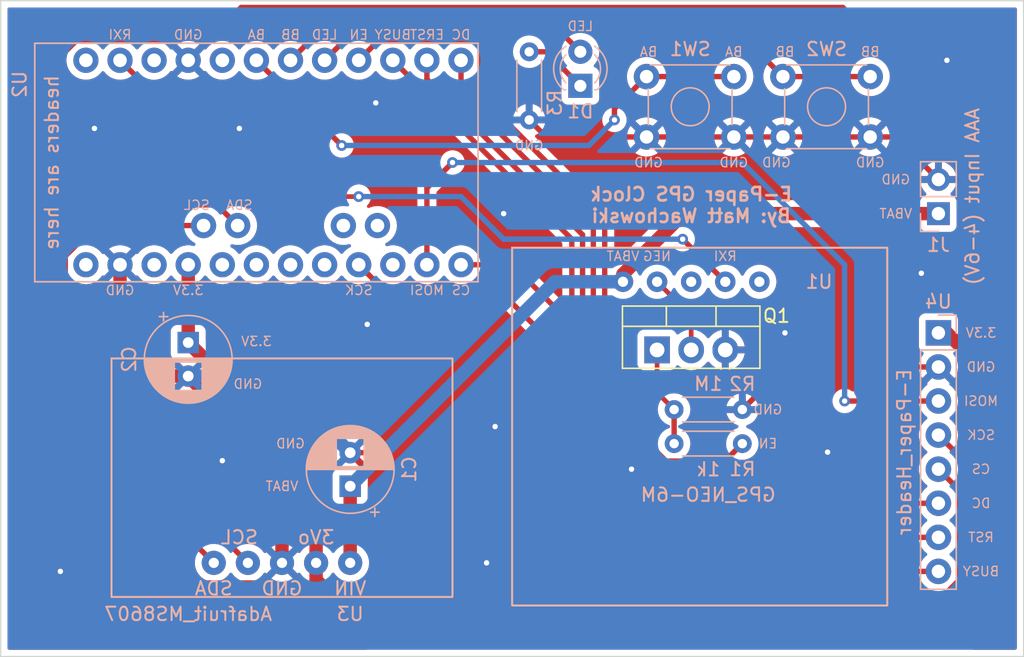
<source format=kicad_pcb>
(kicad_pcb (version 20211014) (generator pcbnew)
  (layers (0 "F.Cu" signal) (31 "B.Cu" signal) (34 "B.Paste" user) (35 "F.Paste" user) (36 "B.SilkS" user "B.Silkscreen") (37 "F.SilkS" user "F.Silkscreen") (38 "B.Mask" user) (39 "F.Mask" user) (44 "Edge.Cuts" user))
  (net 0 "")
  (net 1 "/VBAT")
  (net 2 "/RXI")
  (net 3 "/3.3V")
  (net 4 "/BUT_A")
  (net 5 "/BUT_B")
  (net 6 "GND")
  (net 7 "Net-(D1-Pad1)")
  (net 8 "/LED")
  (net 9 "/BUSY")
  (net 10 "/E_RST")
  (net 11 "/DC")
  (net 12 "/CS")
  (net 13 "/MOSI")
  (net 14 "/MISO")
  (net 15 "/SCK")
  (net 16 "/SDA")
  (net 17 "/SCL")
  (net 18 "Net-(R1-Pad2)")
  (net 19 "Net-(U1-Pad2)")
  (net 20 "/EN")
  (footprint "Package_TO_SOT_THT:TO-220-3_Vertical" (layer "F.Cu") (at 112.395 113.03)
    (fp_text reference "Q1" (at 8.89 -2.54) (layer "F.SilkS"))
    (fp_text value "FQP30N06L")
    (pad "1" thru_hole rect (at 0 0) (size 1.905 2) (drill 1.1) (layers *.Cu *.Mask) (net 18 "Net-(R1-Pad2)"))
    (pad "2" thru_hole oval (at 2.54 0) (size 1.905 2) (drill 1.1) (layers *.Cu *.Mask) (net 19 "Net-(U1-Pad2)"))
    (pad "3" thru_hole oval (at 5.08 0) (size 1.905 2) (drill 1.1) (layers *.Cu *.Mask) (net 6 "GND"))
  )
  (footprint "Matt:GPS_NEO-6M" (layer "F.Cu") (at 109.855 107.95)
    (fp_text reference "U1" (at 14.605 0 unlocked) (layer "B.SilkS") (effects (justify mirror)))
    (fp_text value "GPS_NEO-6M" (at 6.35 15.875 unlocked) (layer "B.SilkS") (effects (justify mirror)))
    (pad "1" thru_hole circle (at 0 0) (size 1.524 1.524) (drill 0.762) (layers *.Cu *.Mask) (net 1 "/VBAT"))
    (pad "2" thru_hole circle (at 2.54 0) (size 1.524 1.524) (drill 0.762) (layers *.Cu *.Mask) (net 19 "Net-(U1-Pad2)"))
    (pad "3" thru_hole circle (at 5.08 0) (size 1.524 1.524) (drill 0.762) (layers *.Cu *.Mask))
    (pad "4" thru_hole circle (at 7.62 0) (size 1.524 1.524) (drill 0.762) (layers *.Cu *.Mask) (net 2 "/RXI"))
    (pad "5" thru_hole circle (at 10.16 0) (size 1.524 1.524) (drill 0.762) (layers *.Cu *.Mask))
  )
  (footprint "Capacitor_THT:CP_Radial_D6.3mm_P2.50mm" (layer "B.Cu") (at 89.535 123.19 90)
    (fp_text reference "C1" (at 1.25 4.4 90) (layer "B.SilkS") (effects (justify mirror)))
    (fp_text value "10u")
    (pad "1" thru_hole rect (at 0 0 90) (size 1.6 1.6) (drill 0.8) (layers *.Cu *.Mask) (net 1 "/VBAT"))
    (pad "2" thru_hole circle (at 2.5 0 90) (size 1.6 1.6) (drill 0.8) (layers *.Cu *.Mask) (net 6 "GND"))
  )
  (footprint "Button_Switch_THT:SW_TH_Tactile_Omron_B3F-10xx" (layer "B.Cu") (at 128.27 92.655 180)
    (fp_text reference "SW2" (at 3.25 2.05) (layer "B.SilkS") (effects (justify mirror)))
    (fp_text value "SW_Push")
    (pad "1" thru_hole circle (at 6.5 0 180) (size 1.9 1.9) (drill 1) (layers *.Cu *.Mask) (net 5 "/BUT_B"))
    (pad "1" thru_hole circle (at 0 0 180) (size 1.9 1.9) (drill 1) (layers *.Cu *.Mask) (net 5 "/BUT_B"))
    (pad "2" thru_hole circle (at 6.5 -4.5 180) (size 1.9 1.9) (drill 1) (layers *.Cu *.Mask) (net 6 "GND"))
    (pad "2" thru_hole circle (at 0 -4.5 180) (size 1.9 1.9) (drill 1) (layers *.Cu *.Mask) (net 6 "GND"))
  )
  (footprint "Connector_PinHeader_2.54mm:PinHeader_1x02_P2.54mm_Vertical" (layer "B.Cu") (at 133.35 102.87)
    (fp_text reference "J1" (at 0 2.33) (layer "B.SilkS") (effects (justify mirror)))
    (fp_text value "AAA Input (4-6V)" (at 2.54 -1.27 90) (layer "B.SilkS") (effects (justify mirror)))
    (pad "1" thru_hole rect (at 0 0) (size 1.7 1.7) (drill 1) (layers *.Cu *.Mask) (net 1 "/VBAT"))
    (pad "2" thru_hole oval (at 0 -2.54) (size 1.7 1.7) (drill 1) (layers *.Cu *.Mask) (net 6 "GND"))
  )
  (footprint "arduino_pro_mini:MODULE_ARDUINO_PRO_MINI" (layer "B.Cu") (at 82.55 99.06 -90)
    (fp_text reference "U2" (at -5.825 17.635 90) (layer "B.SilkS") (effects (justify mirror)))
    (fp_text value "ARDUINO_PRO_MINI")
    (fp_text user "headers are here" (at 0 15.24 90 unlocked) (layer "B.SilkS") (effects (justify mirror)))
    (pad "JP2_1" thru_hole circle (at 4.699 1.397 270) (size 1.8796 1.8796) (drill 1.016) (layers *.Cu *.Mask) (net 16 "/SDA"))
    (pad "JP2_2" thru_hole circle (at 4.699 3.937 270) (size 1.8796 1.8796) (drill 1.016) (layers *.Cu *.Mask) (net 17 "/SCL"))
    (pad "JP3_1" thru_hole circle (at 4.699 -9.017 270) (size 1.8796 1.8796) (drill 1.016) (layers *.Cu *.Mask))
    (pad "JP3_2" thru_hole circle (at 4.699 -6.477 270) (size 1.8796 1.8796) (drill 1.016) (layers *.Cu *.Mask))
    (pad "JP6_1" thru_hole circle (at 7.62 12.7 270) (size 1.8796 1.8796) (drill 1.016) (layers *.Cu *.Mask))
    (pad "JP6_2" thru_hole circle (at 7.62 10.16 270) (size 1.8796 1.8796) (drill 1.016) (layers *.Cu *.Mask) (net 6 "GND"))
    (pad "JP6_3" thru_hole circle (at 7.62 7.62 270) (size 1.8796 1.8796) (drill 1.016) (layers *.Cu *.Mask))
    (pad "JP6_4" thru_hole circle (at 7.62 5.08 270) (size 1.8796 1.8796) (drill 1.016) (layers *.Cu *.Mask) (net 3 "/3.3V"))
    (pad "JP6_5" thru_hole circle (at 7.62 2.54 270) (size 1.8796 1.8796) (drill 1.016) (layers *.Cu *.Mask))
    (pad "JP6_6" thru_hole circle (at 7.62 0 270) (size 1.8796 1.8796) (drill 1.016) (layers *.Cu *.Mask))
    (pad "JP6_7" thru_hole circle (at 7.62 -2.54 270) (size 1.8796 1.8796) (drill 1.016) (layers *.Cu *.Mask))
    (pad "JP6_8" thru_hole circle (at 7.62 -5.08 270) (size 1.8796 1.8796) (drill 1.016) (layers *.Cu *.Mask))
    (pad "JP6_9" thru_hole circle (at 7.62 -7.62 270) (size 1.8796 1.8796) (drill 1.016) (layers *.Cu *.Mask) (net 15 "/SCK"))
    (pad "JP6_10" thru_hole circle (at 7.62 -10.16 270) (size 1.8796 1.8796) (drill 1.016) (layers *.Cu *.Mask) (net 14 "/MISO"))
    (pad "JP6_11" thru_hole circle (at 7.62 -12.7 270) (size 1.8796 1.8796) (drill 1.016) (layers *.Cu *.Mask) (net 13 "/MOSI"))
    (pad "JP6_12" thru_hole circle (at 7.62 -15.24 270) (size 1.8796 1.8796) (drill 1.016) (layers *.Cu *.Mask) (net 12 "/CS"))
    (pad "JP7_1" thru_hole circle (at -7.62 -15.24 270) (size 1.8796 1.8796) (drill 1.016) (layers *.Cu *.Mask) (net 11 "/DC"))
    (pad "JP7_2" thru_hole circle (at -7.62 -12.7 270) (size 1.8796 1.8796) (drill 1.016) (layers *.Cu *.Mask) (net 10 "/E_RST"))
    (pad "JP7_3" thru_hole circle (at -7.62 -10.16 270) (size 1.8796 1.8796) (drill 1.016) (layers *.Cu *.Mask) (net 9 "/BUSY"))
    (pad "JP7_4" thru_hole circle (at -7.62 -7.62 270) (size 1.8796 1.8796) (drill 1.016) (layers *.Cu *.Mask) (net 20 "/EN"))
    (pad "JP7_5" thru_hole circle (at -7.62 -5.08 270) (size 1.8796 1.8796) (drill 1.016) (layers *.Cu *.Mask) (net 8 "/LED"))
    (pad "JP7_6" thru_hole circle (at -7.62 -2.54 270) (size 1.8796 1.8796) (drill 1.016) (layers *.Cu *.Mask) (net 5 "/BUT_B"))
    (pad "JP7_7" thru_hole circle (at -7.62 0 270) (size 1.8796 1.8796) (drill 1.016) (layers *.Cu *.Mask) (net 4 "/BUT_A"))
    (pad "JP7_8" thru_hole circle (at -7.62 2.54 270) (size 1.8796 1.8796) (drill 1.016) (layers *.Cu *.Mask))
    (pad "JP7_9" thru_hole circle (at -7.62 5.08 270) (size 1.8796 1.8796) (drill 1.016) (layers *.Cu *.Mask) (net 6 "GND"))
    (pad "JP7_10" thru_hole circle (at -7.62 7.62 270) (size 1.8796 1.8796) (drill 1.016) (layers *.Cu *.Mask))
    (pad "JP7_11" thru_hole circle (at -7.62 10.16 270) (size 1.8796 1.8796) (drill 1.016) (layers *.Cu *.Mask) (net 2 "/RXI"))
    (pad "JP7_12" thru_hole circle (at -7.62 12.7 270) (size 1.8796 1.8796) (drill 1.016) (layers *.Cu *.Mask))
  )
  (footprint "Matt:Adafruit_MS8607" (layer "B.Cu") (at 89.535 128.905 180)
    (fp_text reference "U3" (at 0 -3.81 unlocked) (layer "B.SilkS") (effects (justify mirror)))
    (fp_text value "Adafruit_MS8607" (at 12.065 -3.81 unlocked) (layer "B.SilkS") (effects (justify mirror)))
    (fp_text user "GND" (at 5.08 -1.905 unlocked) (layer "B.SilkS") (effects (justify mirror)))
    (fp_text user "SDA" (at 10.16 -1.905 unlocked) (layer "B.SilkS") (effects (justify mirror)))
    (fp_text user "SCL" (at 8.255 1.905 unlocked) (layer "B.SilkS") (effects (justify mirror)))
    (fp_text user "VIN" (at 0 -1.905 unlocked) (layer "B.SilkS") (effects (justify mirror)))
    (fp_text user "3Vo" (at 2.54 1.905 unlocked) (layer "B.SilkS") (effects (justify mirror)))
    (pad "1" thru_hole circle (at 0 0 180) (size 1.8 1.8) (drill 0.762) (layers *.Cu *.Mask) (net 1 "/VBAT"))
    (pad "2" thru_hole circle (at 2.54 0 180) (size 1.8 1.8) (drill 0.762) (layers *.Cu *.Mask) (net 3 "/3.3V"))
    (pad "3" thru_hole circle (at 5.08 0 180) (size 1.8 1.8) (drill 0.762) (layers *.Cu *.Mask) (net 6 "GND"))
    (pad "4" thru_hole circle (at 7.62 0 180) (size 1.8 1.8) (drill 0.762) (layers *.Cu *.Mask) (net 17 "/SCL"))
    (pad "5" thru_hole circle (at 10.16 0 180) (size 1.8 1.8) (drill 0.762) (layers *.Cu *.Mask) (net 16 "/SDA"))
  )
  (footprint "LED_THT:LED_D3.0mm" (layer "B.Cu") (at 106.68 93.345 90)
    (fp_text reference "D1" (at -1.905 0) (layer "B.SilkS") (effects (justify mirror)))
    (fp_text value "LED")
    (pad "1" thru_hole rect (at 0 0 90) (size 1.8 1.8) (drill 0.9) (layers *.Cu *.Mask) (net 7 "Net-(D1-Pad1)"))
    (pad "2" thru_hole circle (at 2.54 0 90) (size 1.8 1.8) (drill 0.9) (layers *.Cu *.Mask) (net 8 "/LED"))
  )
  (footprint "Resistor_THT:R_Axial_DIN0204_L3.6mm_D1.6mm_P5.08mm_Horizontal" (layer "B.Cu") (at 118.745 120.015 180)
    (fp_text reference "R1" (at 0 -1.905) (layer "B.SilkS") (effects (justify mirror)))
    (fp_text value "1k" (at 2.54 -1.92) (layer "B.SilkS") (effects (justify mirror)))
    (pad "1" thru_hole circle (at 0 0 180) (size 1.4 1.4) (drill 0.7) (layers *.Cu *.Mask) (net 20 "/EN"))
    (pad "2" thru_hole oval (at 5.08 0 180) (size 1.4 1.4) (drill 0.7) (layers *.Cu *.Mask) (net 18 "Net-(R1-Pad2)"))
  )
  (footprint "Resistor_THT:R_Axial_DIN0204_L3.6mm_D1.6mm_P5.08mm_Horizontal" (layer "B.Cu") (at 102.87 90.805 -90)
    (fp_text reference "R3" (at 3.81 -1.905 90) (layer "B.SilkS") (effects (justify mirror)))
    (fp_text value "10K")
    (pad "1" thru_hole circle (at 0 0 270) (size 1.4 1.4) (drill 0.7) (layers *.Cu *.Mask) (net 7 "Net-(D1-Pad1)"))
    (pad "2" thru_hole oval (at 5.08 0 270) (size 1.4 1.4) (drill 0.7) (layers *.Cu *.Mask) (net 6 "GND"))
  )
  (footprint "Button_Switch_THT:SW_TH_Tactile_Omron_B3F-10xx" (layer "B.Cu") (at 118.11 92.655 180)
    (fp_text reference "SW1" (at 3.25 2.05) (layer "B.SilkS") (effects (justify mirror)))
    (fp_text value "SW_Push")
    (pad "1" thru_hole circle (at 0 0 180) (size 1.9 1.9) (drill 1) (layers *.Cu *.Mask) (net 4 "/BUT_A"))
    (pad "1" thru_hole circle (at 6.5 0 180) (size 1.9 1.9) (drill 1) (layers *.Cu *.Mask) (net 4 "/BUT_A"))
    (pad "2" thru_hole circle (at 6.5 -4.5 180) (size 1.9 1.9) (drill 1) (layers *.Cu *.Mask) (net 6 "GND"))
    (pad "2" thru_hole circle (at 0 -4.5 180) (size 1.9 1.9) (drill 1) (layers *.Cu *.Mask) (net 6 "GND"))
  )
  (footprint "Resistor_THT:R_Axial_DIN0204_L3.6mm_D1.6mm_P5.08mm_Horizontal" (layer "B.Cu") (at 113.665 117.475)
    (fp_text reference "R2" (at 5.08 -1.905) (layer "B.SilkS") (effects (justify mirror)))
    (fp_text value "1M" (at 2.54 -1.92) (layer "B.SilkS") (effects (justify mirror)))
    (pad "1" thru_hole circle (at 0 0) (size 1.4 1.4) (drill 0.7) (layers *.Cu *.Mask) (net 18 "Net-(R1-Pad2)"))
    (pad "2" thru_hole oval (at 5.08 0) (size 1.4 1.4) (drill 0.7) (layers *.Cu *.Mask) (net 6 "GND"))
  )
  (footprint "Connector_PinHeader_2.54mm:PinHeader_1x08_P2.54mm_Vertical" (layer "B.Cu") (at 133.35 111.76 180)
    (fp_text reference "U4" (at 0 2.33) (layer "B.SilkS") (effects (justify mirror)))
    (fp_text value "E-Paper_Header" (at 2.54 -8.89 90) (layer "B.SilkS") (effects (justify mirror)))
    (pad "1" thru_hole rect (at 0 0 180) (size 1.9 1.9) (drill 1) (layers *.Cu *.Mask) (net 3 "/3.3V"))
    (pad "2" thru_hole circle (at 0 -2.54 180) (size 1.9 1.9) (drill 1) (layers *.Cu *.Mask) (net 6 "GND"))
    (pad "3" thru_hole circle (at 0 -5.08 180) (size 1.9 1.9) (drill 1) (layers *.Cu *.Mask) (net 13 "/MOSI"))
    (pad "4" thru_hole circle (at 0 -7.62 180) (size 1.9 1.9) (drill 1) (layers *.Cu *.Mask) (net 15 "/SCK"))
    (pad "5" thru_hole circle (at 0 -10.16 180) (size 1.9 1.9) (drill 1) (layers *.Cu *.Mask) (net 12 "/CS"))
    (pad "6" thru_hole circle (at 0 -12.7 180) (size 1.9 1.9) (drill 1) (layers *.Cu *.Mask) (net 11 "/DC"))
    (pad "7" thru_hole circle (at 0 -15.24 180) (size 1.9 1.9) (drill 1) (layers *.Cu *.Mask) (net 10 "/E_RST"))
    (pad "8" thru_hole circle (at 0 -17.78 180) (size 1.9 1.9) (drill 1) (layers *.Cu *.Mask) (net 9 "/BUSY"))
  )
  (footprint "Capacitor_THT:CP_Radial_D6.3mm_P2.50mm" (layer "B.Cu") (at 77.47 112.482621 -90)
    (fp_text reference "C2" (at 1.25 4.4 90) (layer "B.SilkS") (effects (justify mirror)))
    (fp_text value "10u")
    (pad "1" thru_hole rect (at 0 0 270) (size 1.6 1.6) (drill 0.8) (layers *.Cu *.Mask) (net 3 "/3.3V"))
    (pad "2" thru_hole circle (at 2.5 0 270) (size 1.6 1.6) (drill 0.8) (layers *.Cu *.Mask) (net 6 "GND"))
  )
  (gr_rect (start 71.755 113.665) (end 97.155 131.445) (layer "B.SilkS") (width 0.15) (fill none))
  (gr_rect (start 101.6 105.41) (end 129.54 132.08) (layer "B.SilkS") (width 0.15) (fill none))
  (gr_line (start 63.5 86.995) (end 139.7 86.995) (layer "Edge.Cuts") (width 0.1))
  (gr_line (start 139.7 135.89) (end 139.7 86.995) (layer "Edge.Cuts") (width 0.1))
  (gr_line (start 63.5 135.89) (end 139.7 135.89) (layer "Edge.Cuts") (width 0.1))
  (gr_line (start 63.5 86.995) (end 63.5 135.89) (layer "Edge.Cuts") (width 0.1))
  (gr_text "BA" (at 118.11 90.805) (layer "B.SilkS") (effects (font (size 0.7 0.7) (thickness 0.1)) (justify mirror)))
  (gr_text "LED" (at 87.63 89.535) (layer "B.SilkS") (effects (font (size 0.7 0.7) (thickness 0.1)) (justify mirror)))
  (gr_text "VBAT" (at 130.175 102.87) (layer "B.SilkS") (effects (font (size 0.7 0.7) (thickness 0.1)) (justify mirror)))
  (gr_text "RST" (at 136.525 127) (layer "B.SilkS") (effects (font (size 0.7 0.7) (thickness 0.1)) (justify mirror)))
  (gr_text "BB" (at 121.92 90.805) (layer "B.SilkS") (effects (font (size 0.7 0.7) (thickness 0.1)) (justify mirror)))
  (gr_text "E-Paper GPS Clock\nBy: Matt Wachowski" (at 114.935 102.235) (layer "B.SilkS") (effects (font (size 1 1) (thickness 0.2)) (justify mirror)))
  (gr_text "SDA" (at 81.28 102.235) (layer "B.SilkS") (effects (font (size 0.7 0.7) (thickness 0.1)) (justify mirror)))
  (gr_text "SCK" (at 90.17 108.585) (layer "B.SilkS") (effects (font (size 0.7 0.7) (thickness 0.1)) (justify mirror)))
  (gr_text "GND" (at 118.11 99.06) (layer "B.SilkS") (effects (font (size 0.7 0.7) (thickness 0.1)) (justify mirror)))
  (gr_text "RXI" (at 72.39 89.535) (layer "B.SilkS") (effects (font (size 0.7 0.7) (thickness 0.1)) (justify mirror)))
  (gr_text "GND" (at 81.915 115.57) (layer "B.SilkS") (effects (font (size 0.7 0.7) (thickness 0.1)) (justify mirror)))
  (gr_text "DC" (at 136.525 124.46) (layer "B.SilkS") (effects (font (size 0.7 0.7) (thickness 0.1)) (justify mirror)))
  (gr_text "BA" (at 111.76 90.805) (layer "B.SilkS") (effects (font (size 0.7 0.7) (thickness 0.1)) (justify mirror)))
  (gr_text "BA" (at 82.55 89.535) (layer "B.SilkS") (effects (font (size 0.7 0.7) (thickness 0.1)) (justify mirror)))
  (gr_text "3.3V" (at 136.525 111.76) (layer "B.SilkS") (effects (font (size 0.7 0.7) (thickness 0.1)) (justify mirror)))
  (gr_text "3.3V" (at 82.55 112.395) (layer "B.SilkS") (effects (font (size 0.7 0.7) (thickness 0.1)) (justify mirror)))
  (gr_text "GND" (at 111.76 99.06) (layer "B.SilkS") (effects (font (size 0.7 0.7) (thickness 0.1)) (justify mirror)))
  (gr_text "VBAT" (at 84.455 123.19) (layer "B.SilkS") (effects (font (size 0.7 0.7) (thickness 0.1)) (justify mirror)))
  (gr_text "NEG" (at 112.395 106.045) (layer "B.SilkS") (effects (font (size 0.7 0.7) (thickness 0.1)) (justify mirror)))
  (gr_text "SCL" (at 78.105 102.235) (layer "B.SilkS") (effects (font (size 0.7 0.7) (thickness 0.1)) (justify mirror)))
  (gr_text "MOSI" (at 95.25 108.585) (layer "B.SilkS") (effects (font (size 0.7 0.7) (thickness 0.1)) (justify mirror)))
  (gr_text "GND" (at 102.87 97.79) (layer "B.SilkS") (effects (font (size 0.7 0.7) (thickness 0.1)) (justify mirror)))
  (gr_text "SCK" (at 136.525 119.38) (layer "B.SilkS") (effects (font (size 0.7 0.7) (thickness 0.1)) (justify mirror)))
  (gr_text "GND" (at 121.285 99.06) (layer "B.SilkS") (effects (font (size 0.7 0.7) (thickness 0.1)) (justify mirror)))
  (gr_text "GND" (at 136.525 114.3) (layer "B.SilkS") (effects (font (size 0.7 0.7) (thickness 0.1)) (justify mirror)))
  (gr_text "EN" (at 90.17 89.535) (layer "B.SilkS") (effects (font (size 0.7 0.7) (thickness 0.1)) (justify mirror)))
  (gr_text "GND" (at 120.65 117.475) (layer "B.SilkS") (effects (font (size 0.7 0.7) (thickness 0.1)) (justify mirror)))
  (gr_text "BB" (at 85.09 89.535) (layer "B.SilkS") (effects (font (size 0.7 0.7) (thickness 0.1)) (justify mirror)))
  (gr_text "GND" (at 72.39 108.585) (layer "B.SilkS") (effects (font (size 0.7 0.7) (thickness 0.1)) (justify mirror)))
  (gr_text "EN" (at 120.65 120.015) (layer "B.SilkS") (effects (font (size 0.7 0.7) (thickness 0.1)) (justify mirror)))
  (gr_text "GND" (at 130.175 100.33) (layer "B.SilkS") (effects (font (size 0.7 0.7) (thickness 0.1)) (justify mirror)))
  (gr_text "MOSI" (at 136.525 116.84) (layer "B.SilkS") (effects (font (size 0.7 0.7) (thickness 0.1)) (justify mirror)))
  (gr_text "ERST" (at 95.25 89.535) (layer "B.SilkS") (effects (font (size 0.7 0.7) (thickness 0.1)) (justify mirror)))
  (gr_text "CS" (at 97.79 108.585) (layer "B.SilkS") (effects (font (size 0.7 0.7) (thickness 0.1)) (justify mirror)))
  (gr_text "LED" (at 106.68 88.9) (layer "B.SilkS") (effects (font (size 0.7 0.7) (thickness 0.1)) (justify mirror)))
  (gr_text "CS" (at 136.525 121.92) (layer "B.SilkS") (effects (font (size 0.7 0.7) (thickness 0.1)) (justify mirror)))
  (gr_text "VBAT" (at 109.855 106.045) (layer "B.SilkS") (effects (font (size 0.7 0.7) (thickness 0.1)) (justify mirror)))
  (gr_text "3.3V" (at 77.47 108.585) (layer "B.SilkS") (effects (font (size 0.7 0.7) (thickness 0.1)) (justify mirror)))
  (gr_text "GND" (at 85.09 120.015) (layer "B.SilkS") (effects (font (size 0.7 0.7) (thickness 0.1)) (justify mirror)))
  (gr_text "BUSY" (at 136.525 129.54) (layer "B.SilkS") (effects (font (size 0.7 0.7) (thickness 0.1)) (justify mirror)))
  (gr_text "BUSY" (at 92.71 89.535) (layer "B.SilkS") (effects (font (size 0.7 0.7) (thickness 0.1)) (justify mirror)))
  (gr_text "RXI" (at 117.475 106.045) (layer "B.SilkS") (effects (font (size 0.7 0.7) (thickness 0.1)) (justify mirror)))
  (gr_text "BB" (at 128.27 90.805) (layer "B.SilkS") (effects (font (size 0.7 0.7) (thickness 0.1)) (justify mirror)))
  (gr_text "GND" (at 128.27 99.06) (layer "B.SilkS") (effects (font (size 0.7 0.7) (thickness 0.1)) (justify mirror)))
  (gr_text "GND" (at 77.47 89.535) (layer "B.SilkS") (effects (font (size 0.7 0.7) (thickness 0.1)) (justify mirror)))
  (gr_text "DC" (at 97.79 89.535) (layer "B.SilkS") (effects (font (size 0.7 0.7) (thickness 0.1)) (justify mirror)))
  (segment (start 133.35 102.87) (end 114.367213 102.87) (width 1) (layer "F.Cu") (net 1))
  (segment (start 89.535 123.19) (end 89.535 128.905) (width 1) (layer "F.Cu") (net 1))
  (segment (start 114.367213 102.87) (end 109.855 107.382213) (width 1) (layer "F.Cu") (net 1))
  (segment (start 109.855 107.382213) (end 109.855 107.95) (width 1) (layer "F.Cu") (net 1))
  (segment (start 104.775 107.95) (end 89.535 123.19) (width 1) (layer "B.Cu") (net 1))
  (segment (start 109.855 107.95) (end 104.775 107.95) (width 1) (layer "B.Cu") (net 1))
  (segment (start 117.475 107.95) (end 114.3 104.775) (width 0.4) (layer "F.Cu") (net 2))
  (segment (start 90.17 101.6) (end 82.55 101.6) (width 0.35) (layer "F.Cu") (net 2))
  (segment (start 82.55 101.6) (end 72.39 91.44) (width 0.4) (layer "F.Cu") (net 2))
  (via (at 90.17 101.6) (size 0.8) (drill 0.4) (layers "F.Cu" "B.Cu") (net 2))
  (via (at 114.3 104.775) (size 0.8) (drill 0.4) (layers "F.Cu" "B.Cu") (net 2))
  (segment (start 100.965 104.775) (end 97.79 101.6) (width 0.4) (layer "B.Cu") (net 2))
  (segment (start 114.3 104.775) (end 100.965 104.775) (width 0.4) (layer "B.Cu") (net 2))
  (segment (start 97.79 101.6) (end 90.17 101.6) (width 0.4) (layer "B.Cu") (net 2))
  (segment (start 86.995 122.007621) (end 86.995 128.905) (width 1) (layer "F.Cu") (net 3))
  (segment (start 86.995 128.905) (end 86.995 130.175) (width 1) (layer "F.Cu") (net 3))
  (segment (start 77.47 112.482621) (end 86.995 122.007621) (width 1) (layer "F.Cu") (net 3))
  (segment (start 77.47 106.68) (end 77.47 112.482621) (width 1) (layer "F.Cu") (net 3))
  (segment (start 137.795 115.57) (end 133.985 111.76) (width 1) (layer "F.Cu") (net 3))
  (segment (start 137.795 132.08) (end 137.795 115.57) (width 1) (layer "F.Cu") (net 3))
  (segment (start 90.96356 134.14356) (end 135.73144 134.14356) (width 1) (layer "F.Cu") (net 3))
  (segment (start 86.995 130.175) (end 90.96356 134.14356) (width 1) (layer "F.Cu") (net 3))
  (segment (start 135.73144 134.14356) (end 137.795 132.08) (width 1) (layer "F.Cu") (net 3))
  (segment (start 133.985 111.76) (end 133.35 111.76) (width 1) (layer "F.Cu") (net 3))
  (segment (start 88.9 97.79) (end 82.55 91.44) (width 0.4) (layer "F.Cu") (net 4))
  (segment (start 111.61 92.655) (end 109.22 95.045) (width 0.4) (layer "F.Cu") (net 4))
  (segment (start 109.22 95.045) (end 109.22 95.885) (width 0.4) (layer "F.Cu") (net 4))
  (segment (start 118.11 92.655) (end 111.61 92.655) (width 0.4) (layer "F.Cu") (net 4))
  (via (at 109.22 95.885) (size 0.8) (drill 0.4) (layers "F.Cu" "B.Cu") (net 4))
  (via (at 88.9 97.79) (size 0.8) (drill 0.4) (layers "F.Cu" "B.Cu") (net 4))
  (segment (start 109.22 95.885) (end 107.315 97.79) (width 0.4) (layer "B.Cu") (net 4))
  (segment (start 107.315 97.79) (end 88.9 97.79) (width 0.4) (layer "B.Cu") (net 4))
  (segment (start 121.77 92.655) (end 128.27 92.655) (width 0.4) (layer "F.Cu") (net 5))
  (segment (start 88.228351 88.301649) (end 117.416649 88.301649) (width 0.4) (layer "F.Cu") (net 5))
  (segment (start 85.09 91.44) (end 88.228351 88.301649) (width 0.4) (layer "F.Cu") (net 5))
  (segment (start 117.416649 88.301649) (end 121.77 92.655) (width 0.4) (layer "F.Cu") (net 5))
  (segment (start 110.601964 133.04404) (end 98.247924 120.69) (width 0.4) (layer "F.Cu") (net 6))
  (segment (start 81.407871 87.502129) (end 77.47 91.44) (width 0.4) (layer "F.Cu") (net 6))
  (segment (start 77.47 114.982621) (end 76.33863 114.982621) (width 1) (layer "F.Cu") (net 6))
  (segment (start 75.930689 89.900689) (end 77.47 91.44) (width 0.4) (layer "F.Cu") (net 6))
  (segment (start 118.745 117.475) (end 121.92 114.3) (width 0.4) (layer "F.Cu") (net 6))
  (segment (start 130.175 91.44) (end 126.237129 87.502129) (width 0.4) (layer "F.Cu") (net 6))
  (segment (start 126.237129 87.502129) (end 81.407871 87.502129) (width 0.4) (layer "F.Cu") (net 6))
  (segment (start 136.498551 117.448551) (end 136.498551 131.332141) (width 0.4) (layer "F.Cu") (net 6))
  (segment (start 77.47 114.982621) (end 84.455 121.967621) (width 1) (layer "F.Cu") (net 6))
  (segment (start 121.92 114.3) (end 133.35 114.3) (width 0.4) (layer "F.Cu") (net 6))
  (segment (start 134.786652 133.04404) (end 110.601964 133.04404) (width 0.4) (layer "F.Cu") (net 6))
  (segment (start 133.35 114.3) (end 136.498551 117.448551) (width 0.4) (layer "F.Cu") (net 6))
  (segment (start 130.175 95.25) (end 130.175 91.44) (width 0.4) (layer "F.Cu") (net 6))
  (segment (start 69.212395 89.900689) (end 75.930689 89.900689) (width 0.4) (layer "F.Cu") (net 6))
  (segment (start 111.61 97.155) (end 104.14 97.155) (width 0.4) (layer "F.Cu") (net 6))
  (segment (start 98.247924 120.69) (end 89.535 120.69) (width 0.4) (layer "F.Cu") (net 6))
  (segment (start 128.27 97.155) (end 130.175 95.25) (width 0.4) (layer "F.Cu") (net 6))
  (segment (start 128.27 97.155) (end 121.77 97.155) (width 0.4) (layer "F.Cu") (net 6))
  (segment (start 120.65 113.03) (end 121.92 114.3) (width 0.35) (layer "F.Cu") (net 6))
  (segment (start 128.27 97.155) (end 130.175 97.155) (width 0.4) (layer "F.Cu") (net 6))
  (segment (start 121.77 97.155) (end 118.11 97.155) (width 0.4) (layer "F.Cu") (net 6))
  (segment (start 84.455 121.967621) (end 84.455 128.905) (width 1) (layer "F.Cu") (net 6))
  (segment (start 72.39 111.033991) (end 72.39 106.68) (width 1) (layer "F.Cu") (net 6))
  (segment (start 118.11 97.155) (end 111.61 97.155) (width 0.4) (layer "F.Cu") (net 6))
  (segment (start 76.33863 114.982621) (end 72.39 111.033991) (width 1) (layer "F.Cu") (net 6))
  (segment (start 66.04 93.073084) (end 69.212395 89.900689) (width 0.4) (layer "F.Cu") (net 6))
  (segment (start 117.475 113.03) (end 120.65 113.03) (width 0.35) (layer "F.Cu") (net 6))
  (segment (start 136.498551 131.332141) (end 134.786652 133.04404) (width 0.4) (layer "F.Cu") (net 6))
  (segment (start 82.955489 130.404511) (end 75.794511 130.404511) (width 0.4) (layer "F.Cu") (net 6))
  (segment (start 104.14 97.155) (end 102.87 95.885) (width 0.4) (layer "F.Cu") (net 6))
  (segment (start 75.794511 130.404511) (end 66.04 120.65) (width 0.4) (layer "F.Cu") (net 6))
  (segment (start 130.175 97.155) (end 133.35 100.33) (width 0.4) (layer "F.Cu") (net 6))
  (segment (start 66.04 120.65) (end 66.04 93.073084) (width 0.4) (layer "F.Cu") (net 6))
  (segment (start 84.455 128.905) (end 82.955489 130.404511) (width 0.4) (layer "F.Cu") (net 6))
  (via (at 81.28 96.52) (size 0.8) (drill 0.4) (layers "F.Cu" "B.Cu") (net 6))
  (via (at 100.33 118.745) (size 0.8) (drill 0.4) (layers "F.Cu" "B.Cu") (net 6))
  (via (at 110.49 121.92) (size 0.8) (drill 0.4) (layers "F.Cu" "B.Cu") (net 6))
  (via (at 67.945 129.54) (size 0.8) (drill 0.4) (layers "F.Cu" "B.Cu") (net 6))
  (via (at 133.985 91.44) (size 0.8) (drill 0.4) (layers "F.Cu" "B.Cu") (net 6))
  (via (at 132.08 107.315) (size 0.8) (drill 0.4) (layers "F.Cu" "B.Cu") (net 6))
  (via (at 125.095 120.65) (size 0.8) (drill 0.4) (layers "F.Cu" "B.Cu") (net 6))
  (via (at 70.485 96.52) (size 0.8) (drill 0.4) (layers "F.Cu" "B.Cu") (net 6))
  (via (at 80.01 121.285) (size 0.8) (drill 0.4) (layers "F.Cu" "B.Cu") (net 6))
  (via (at 90.805 111.125) (size 0.8) (drill 0.4) (layers "F.Cu" "B.Cu") (net 6))
  (via (at 99.695 128.905) (size 0.8) (drill 0.4) (layers "F.Cu" "B.Cu") (net 6))
  (via (at 91.44 94.615) (size 0.8) (drill 0.4) (layers "F.Cu" "B.Cu") (net 6))
  (via (at 100.965 102.87) (size 0.8) (drill 0.4) (layers "F.Cu" "B.Cu") (net 6))
  (via (at 121.92 111.76) (size 0.8) (drill 0.4) (layers "F.Cu" "B.Cu") (net 6))
  (segment (start 77.47 114.982621) (end 83.827621 114.982621) (width 1) (layer "B.Cu") (net 6))
  (segment (start 83.827621 114.982621) (end 89.535 120.69) (width 1) (layer "B.Cu") (net 6))
  (segment (start 104.14 90.805) (end 106.68 93.345) (width 0.4) (layer "F.Cu") (net 7))
  (segment (start 102.87 90.805) (end 104.14 90.805) (width 0.4) (layer "F.Cu") (net 7))
  (segment (start 87.63 91.44) (end 89.968831 89.101169) (width 0.4) (layer "F.Cu") (net 8))
  (segment (start 89.968831 89.101169) (end 104.976169 89.101169) (width 0.4) (layer "F.Cu") (net 8))
  (segment (start 104.976169 89.101169) (end 106.68 90.805) (width 0.4) (layer "F.Cu") (net 8))
  (segment (start 106.045 104.775) (end 92.71 91.44) (width 0.4) (layer "F.Cu") (net 9))
  (segment (start 133.35 129.54) (end 110.49 129.54) (width 0.4) (layer "F.Cu") (net 9))
  (segment (start 110.49 129.54) (end 106.045 125.095) (width 0.4) (layer "F.Cu") (net 9))
  (segment (start 106.045 125.095) (end 106.045 104.775) (width 0.4) (layer "F.Cu") (net 9))
  (segment (start 106.84452 124.763828) (end 109.080692 127) (width 0.4) (layer "F.Cu") (net 10))
  (segment (start 106.84452 104.443828) (end 106.84452 124.763828) (width 0.4) (layer "F.Cu") (net 10))
  (segment (start 109.080692 127) (end 133.35 127) (width 0.4) (layer "F.Cu") (net 10))
  (segment (start 95.25 91.44) (end 95.25 92.849308) (width 0.4) (layer "F.Cu") (net 10))
  (segment (start 95.25 92.849308) (end 106.84452 104.443828) (width 0.4) (layer "F.Cu") (net 10))
  (segment (start 107.64404 122.88404) (end 107.64404 103.83404) (width 0.4) (layer "F.Cu") (net 11))
  (segment (start 97.79 93.98) (end 97.79 91.44) (width 0.4) (layer "F.Cu") (net 11))
  (segment (start 109.22 124.46) (end 107.64404 122.88404) (width 0.4) (layer "F.Cu") (net 11))
  (segment (start 133.35 124.46) (end 109.22 124.46) (width 0.4) (layer "F.Cu") (net 11))
  (segment (start 107.64404 103.83404) (end 97.79 93.98) (width 0.4) (layer "F.Cu") (net 11))
  (segment (start 134.899511 130.18183) (end 133.636341 131.445) (width 0.4) (layer "F.Cu") (net 12))
  (segment (start 101.6 106.68) (end 97.79 106.68) (width 0.4) (layer "F.Cu") (net 12))
  (segment (start 105.24548 110.32548) (end 101.6 106.68) (width 0.4) (layer "F.Cu") (net 12))
  (segment (start 134.899511 123.469511) (end 134.899511 130.18183) (width 0.4) (layer "F.Cu") (net 12))
  (segment (start 133.636341 131.445) (end 111.264308 131.445) (width 0.4) (layer "F.Cu") (net 12))
  (segment (start 105.24548 125.426172) (end 105.24548 110.32548) (width 0.4) (layer "F.Cu") (net 12))
  (segment (start 133.35 121.92) (end 134.899511 123.469511) (width 0.4) (layer "F.Cu") (net 12))
  (segment (start 111.264308 131.445) (end 105.24548 125.426172) (width 0.4) (layer "F.Cu") (net 12))
  (segment (start 97.155 99.06) (end 95.25 100.965) (width 0.4) (layer "F.Cu") (net 13))
  (segment (start 133.35 116.84) (end 126.365 116.84) (width 0.4) (layer "F.Cu") (net 13))
  (segment (start 95.25 100.965) (end 95.25 106.68) (width 0.4) (layer "F.Cu") (net 13))
  (via (at 97.155 99.06) (size 0.8) (drill 0.4) (layers "F.Cu" "B.Cu") (net 13))
  (via (at 126.365 116.84) (size 0.8) (drill 0.4) (layers "F.Cu" "B.Cu") (net 13))
  (segment (start 118.745 99.06) (end 97.155 99.06) (width 0.4) (layer "B.Cu") (net 13))
  (segment (start 126.365 116.84) (end 126.365 106.68) (width 0.4) (layer "B.Cu") (net 13))
  (segment (start 126.365 106.68) (end 118.745 99.06) (width 0.4) (layer "B.Cu") (net 13))
  (segment (start 133.35 119.38) (end 135.699031 121.729031) (width 0.4) (layer "F.Cu") (net 15))
  (segment (start 104.44596 112.395) (end 100.63596 108.585) (width 0.4) (layer "F.Cu") (net 15))
  (segment (start 100.63596 108.585) (end 92.075 108.585) (width 0.4) (layer "F.Cu") (net 15))
  (segment (start 135.699031 121.729031) (end 135.699031 131.000969) (width 0.4) (layer "F.Cu") (net 15))
  (segment (start 104.44596 125.757344) (end 104.44596 112.395) (width 0.4) (layer "F.Cu") (net 15))
  (segment (start 92.075 108.585) (end 90.17 106.68) (width 0.4) (layer "F.Cu") (net 15))
  (segment (start 134.45548 132.24452) (end 110.933136 132.24452) (width 0.4) (layer "F.Cu") (net 15))
  (segment (start 135.699031 131.000969) (end 134.45548 132.24452) (width 0.4) (layer "F.Cu") (net 15))
  (segment (start 110.933136 132.24452) (end 104.44596 125.757344) (width 0.4) (layer "F.Cu") (net 15))
  (segment (start 67.511169 117.041169) (end 67.511169 104.573831) (width 0.4) (layer "F.Cu") (net 16))
  (segment (start 79.375 128.905) (end 67.511169 117.041169) (width 0.4) (layer "F.Cu") (net 16))
  (segment (start 69.865311 102.219689) (end 79.613689 102.219689) (width 0.4) (layer "F.Cu") (net 16))
  (segment (start 67.511169 104.573831) (end 69.865311 102.219689) (width 0.4) (layer "F.Cu") (net 16))
  (segment (start 79.613689 102.219689) (end 81.153 103.759) (width 0.4) (layer "F.Cu") (net 16))
  (segment (start 70.594084 103.759) (end 78.613 103.759) (width 0.4) (layer "F.Cu") (net 17))
  (segment (start 81.915 128.905) (end 68.310689 115.300689) (width 0.4) (layer "F.Cu") (net 17))
  (segment (start 68.310689 115.300689) (end 68.310689 106.042395) (width 0.4) (layer "F.Cu") (net 17))
  (segment (start 68.310689 106.042395) (end 70.594084 103.759) (width 0.4) (layer "F.Cu") (net 17))
  (segment (start 113.665 117.475) (end 113.665 120.015) (width 0.4) (layer "F.Cu") (net 18))
  (segment (start 112.395 116.205) (end 113.665 117.475) (width 0.35) (layer "F.Cu") (net 18))
  (segment (start 112.395 113.03) (end 112.395 116.205) (width 0.35) (layer "F.Cu") (net 18))
  (segment (start 114.935 110.49) (end 114.935 113.03) (width 0.35) (layer "F.Cu") (net 19))
  (segment (start 112.395 107.95) (end 114.935 110.49) (width 0.35) (layer "F.Cu") (net 19))
  (segment (start 108.493489 116.748489) (end 108.493489 103.346276) (width 0.4) (layer "F.Cu") (net 20))
  (segment (start 91.709311 89.900689) (end 90.17 91.44) (width 0.4) (layer "F.Cu") (net 20))
  (segment (start 117.445489 121.314511) (end 113.059511 121.314511) (width 0.4) (layer "F.Cu") (net 20))
  (segment (start 113.059511 121.314511) (end 108.493489 116.748489) (width 0.4) (layer "F.Cu") (net 20))
  (segment (start 108.493489 103.346276) (end 99.329311 94.182098) (width 0.4) (layer "F.Cu") (net 20))
  (segment (start 118.745 120.015) (end 117.445489 121.314511) (width 0.4) (layer "F.Cu") (net 20))
  (segment (start 99.329311 90.439311) (end 98.790689 89.900689) (width 0.4) (layer "F.Cu") (net 20))
  (segment (start 99.329311 94.182098) (end 99.329311 90.439311) (width 0.4) (layer "F.Cu") (net 20))
  (segment (start 98.790689 89.900689) (end 91.709311 89.900689) (width 0.4) (layer "F.Cu") (net 20))
  (zone (net 6) (net_name "GND") (layer "F.Cu") (connect_pads (clearance 0.508)) (min_thickness 0.254) (fill yes (thermal_gap 0.508) (thermal_bridge_width 0.508))
    (polygon (pts (xy 139.7 135.89) (xy 63.5 135.89) (xy 63.5 86.995) (xy 139.7 86.995)))
  )
  (zone (net 6) (net_name "GND") (layer "B.Cu") (connect_pads (clearance 0.508)) (min_thickness 0.254) (fill yes (thermal_gap 0.508) (thermal_bridge_width 0.508))
    (polygon (pts (xy 139.7 135.89) (xy 63.5 135.89) (xy 63.5 86.995) (xy 139.7 86.995)))
  )
)
</source>
